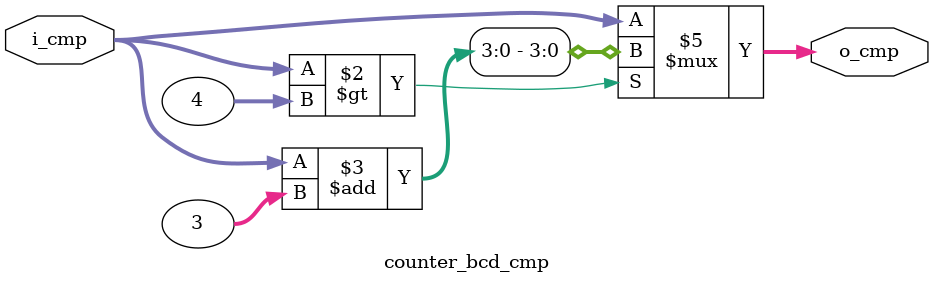
<source format=v>
module counter_bcd_cmp(
    input  wire [3:0] i_cmp,
    output reg  [3:0] o_cmp
);

    always @(*) begin
        // 大于4加3
        if (i_cmp > 4) begin
            o_cmp = i_cmp + 3;
        end
        // 小于等于4不处理
        else begin
            o_cmp = i_cmp;
        end
    end

endmodule

</source>
